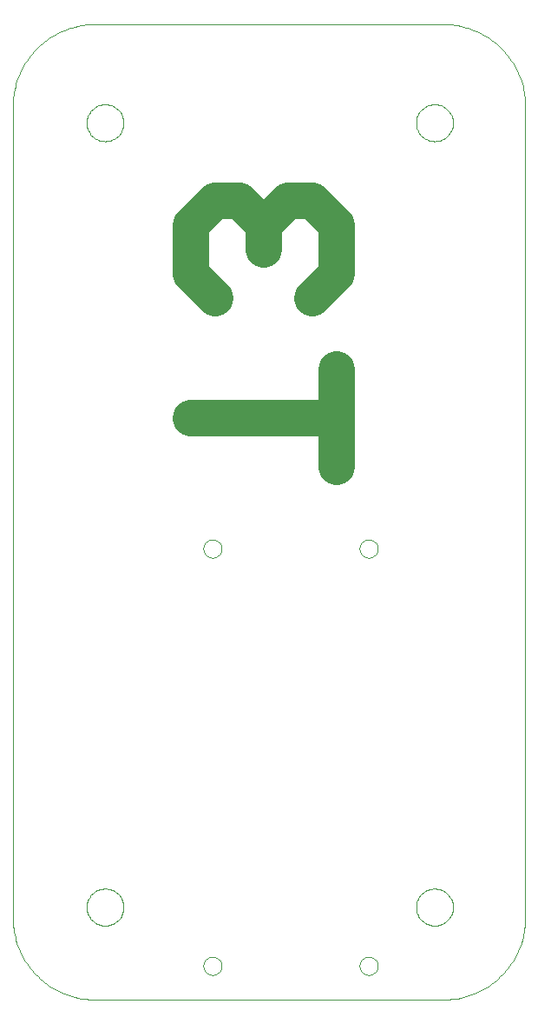
<source format=gbo>
G75*
%MOIN*%
%OFA0B0*%
%FSLAX24Y24*%
%IPPOS*%
%LPD*%
%AMOC8*
5,1,8,0,0,1.08239X$1,22.5*
%
%ADD10C,0.0000*%
%ADD11C,0.1400*%
D10*
X001927Y006076D02*
X001927Y037179D01*
X001926Y037179D02*
X001928Y037289D01*
X001934Y037399D01*
X001943Y037508D01*
X001957Y037617D01*
X001974Y037726D01*
X001995Y037834D01*
X002020Y037941D01*
X002048Y038047D01*
X002080Y038152D01*
X002116Y038256D01*
X002155Y038359D01*
X002198Y038460D01*
X002245Y038560D01*
X002295Y038658D01*
X002348Y038754D01*
X002405Y038848D01*
X002465Y038940D01*
X002528Y039031D01*
X002594Y039118D01*
X002663Y039204D01*
X002735Y039287D01*
X002810Y039367D01*
X002888Y039445D01*
X002968Y039520D01*
X003051Y039592D01*
X003137Y039661D01*
X003224Y039727D01*
X003315Y039790D01*
X003407Y039850D01*
X003501Y039907D01*
X003597Y039960D01*
X003695Y040010D01*
X003795Y040057D01*
X003896Y040100D01*
X003999Y040139D01*
X004103Y040175D01*
X004208Y040207D01*
X004314Y040235D01*
X004421Y040260D01*
X004529Y040281D01*
X004638Y040298D01*
X004747Y040312D01*
X004856Y040321D01*
X004966Y040327D01*
X005076Y040329D01*
X005076Y040328D02*
X018462Y040328D01*
X018462Y040329D02*
X018572Y040327D01*
X018682Y040321D01*
X018791Y040312D01*
X018900Y040298D01*
X019009Y040281D01*
X019117Y040260D01*
X019224Y040235D01*
X019330Y040207D01*
X019435Y040175D01*
X019539Y040139D01*
X019642Y040100D01*
X019743Y040057D01*
X019843Y040010D01*
X019941Y039960D01*
X020037Y039907D01*
X020131Y039850D01*
X020223Y039790D01*
X020314Y039727D01*
X020401Y039661D01*
X020487Y039592D01*
X020570Y039520D01*
X020650Y039445D01*
X020728Y039367D01*
X020803Y039287D01*
X020875Y039204D01*
X020944Y039118D01*
X021010Y039031D01*
X021073Y038940D01*
X021133Y038848D01*
X021190Y038754D01*
X021243Y038658D01*
X021293Y038560D01*
X021340Y038460D01*
X021383Y038359D01*
X021422Y038256D01*
X021458Y038152D01*
X021490Y038047D01*
X021518Y037941D01*
X021543Y037834D01*
X021564Y037726D01*
X021581Y037617D01*
X021595Y037508D01*
X021604Y037399D01*
X021610Y037289D01*
X021612Y037179D01*
X021612Y006076D01*
X021610Y005966D01*
X021604Y005856D01*
X021595Y005747D01*
X021581Y005638D01*
X021564Y005529D01*
X021543Y005421D01*
X021518Y005314D01*
X021490Y005208D01*
X021458Y005103D01*
X021422Y004999D01*
X021383Y004896D01*
X021340Y004795D01*
X021293Y004695D01*
X021243Y004597D01*
X021190Y004501D01*
X021133Y004407D01*
X021073Y004315D01*
X021010Y004224D01*
X020944Y004137D01*
X020875Y004051D01*
X020803Y003968D01*
X020728Y003888D01*
X020650Y003810D01*
X020570Y003735D01*
X020487Y003663D01*
X020401Y003594D01*
X020314Y003528D01*
X020223Y003465D01*
X020131Y003405D01*
X020037Y003348D01*
X019941Y003295D01*
X019843Y003245D01*
X019743Y003198D01*
X019642Y003155D01*
X019539Y003116D01*
X019435Y003080D01*
X019330Y003048D01*
X019224Y003020D01*
X019117Y002995D01*
X019009Y002974D01*
X018900Y002957D01*
X018791Y002943D01*
X018682Y002934D01*
X018572Y002928D01*
X018462Y002926D01*
X018462Y002927D02*
X005076Y002927D01*
X005076Y002926D02*
X004966Y002928D01*
X004856Y002934D01*
X004747Y002943D01*
X004638Y002957D01*
X004529Y002974D01*
X004421Y002995D01*
X004314Y003020D01*
X004208Y003048D01*
X004103Y003080D01*
X003999Y003116D01*
X003896Y003155D01*
X003795Y003198D01*
X003695Y003245D01*
X003597Y003295D01*
X003501Y003348D01*
X003407Y003405D01*
X003315Y003465D01*
X003224Y003528D01*
X003137Y003594D01*
X003051Y003663D01*
X002968Y003735D01*
X002888Y003810D01*
X002810Y003888D01*
X002735Y003968D01*
X002663Y004051D01*
X002594Y004137D01*
X002528Y004224D01*
X002465Y004315D01*
X002405Y004407D01*
X002348Y004501D01*
X002295Y004597D01*
X002245Y004695D01*
X002198Y004795D01*
X002155Y004896D01*
X002116Y004999D01*
X002080Y005103D01*
X002048Y005208D01*
X002020Y005314D01*
X001995Y005421D01*
X001974Y005529D01*
X001957Y005638D01*
X001943Y005747D01*
X001934Y005856D01*
X001928Y005966D01*
X001926Y006076D01*
X004761Y006470D02*
X004763Y006523D01*
X004769Y006576D01*
X004779Y006628D01*
X004792Y006679D01*
X004810Y006729D01*
X004831Y006778D01*
X004856Y006825D01*
X004884Y006869D01*
X004916Y006912D01*
X004950Y006952D01*
X004988Y006990D01*
X005028Y007024D01*
X005071Y007056D01*
X005116Y007084D01*
X005162Y007109D01*
X005211Y007130D01*
X005261Y007148D01*
X005312Y007161D01*
X005364Y007171D01*
X005417Y007177D01*
X005470Y007179D01*
X005523Y007177D01*
X005576Y007171D01*
X005628Y007161D01*
X005679Y007148D01*
X005729Y007130D01*
X005778Y007109D01*
X005825Y007084D01*
X005869Y007056D01*
X005912Y007024D01*
X005952Y006990D01*
X005990Y006952D01*
X006024Y006912D01*
X006056Y006869D01*
X006084Y006824D01*
X006109Y006778D01*
X006130Y006729D01*
X006148Y006679D01*
X006161Y006628D01*
X006171Y006576D01*
X006177Y006523D01*
X006179Y006470D01*
X006177Y006417D01*
X006171Y006364D01*
X006161Y006312D01*
X006148Y006261D01*
X006130Y006211D01*
X006109Y006162D01*
X006084Y006115D01*
X006056Y006071D01*
X006024Y006028D01*
X005990Y005988D01*
X005952Y005950D01*
X005912Y005916D01*
X005869Y005884D01*
X005824Y005856D01*
X005778Y005831D01*
X005729Y005810D01*
X005679Y005792D01*
X005628Y005779D01*
X005576Y005769D01*
X005523Y005763D01*
X005470Y005761D01*
X005417Y005763D01*
X005364Y005769D01*
X005312Y005779D01*
X005261Y005792D01*
X005211Y005810D01*
X005162Y005831D01*
X005115Y005856D01*
X005071Y005884D01*
X005028Y005916D01*
X004988Y005950D01*
X004950Y005988D01*
X004916Y006028D01*
X004884Y006071D01*
X004856Y006116D01*
X004831Y006162D01*
X004810Y006211D01*
X004792Y006261D01*
X004779Y006312D01*
X004769Y006364D01*
X004763Y006417D01*
X004761Y006470D01*
X009245Y004220D02*
X009247Y004257D01*
X009253Y004294D01*
X009263Y004330D01*
X009276Y004365D01*
X009293Y004398D01*
X009314Y004429D01*
X009338Y004457D01*
X009365Y004483D01*
X009394Y004506D01*
X009425Y004526D01*
X009459Y004542D01*
X009494Y004555D01*
X009530Y004564D01*
X009567Y004569D01*
X009604Y004570D01*
X009641Y004567D01*
X009678Y004560D01*
X009714Y004549D01*
X009748Y004535D01*
X009781Y004517D01*
X009811Y004495D01*
X009839Y004471D01*
X009864Y004443D01*
X009887Y004413D01*
X009906Y004381D01*
X009921Y004347D01*
X009933Y004312D01*
X009941Y004276D01*
X009945Y004239D01*
X009945Y004201D01*
X009941Y004164D01*
X009933Y004128D01*
X009921Y004093D01*
X009906Y004059D01*
X009887Y004027D01*
X009864Y003997D01*
X009839Y003969D01*
X009811Y003945D01*
X009781Y003923D01*
X009748Y003905D01*
X009714Y003891D01*
X009678Y003880D01*
X009641Y003873D01*
X009604Y003870D01*
X009567Y003871D01*
X009530Y003876D01*
X009494Y003885D01*
X009459Y003898D01*
X009425Y003914D01*
X009394Y003934D01*
X009365Y003957D01*
X009338Y003983D01*
X009314Y004011D01*
X009293Y004042D01*
X009276Y004075D01*
X009263Y004110D01*
X009253Y004146D01*
X009247Y004183D01*
X009245Y004220D01*
X015245Y004220D02*
X015247Y004257D01*
X015253Y004294D01*
X015263Y004330D01*
X015276Y004365D01*
X015293Y004398D01*
X015314Y004429D01*
X015338Y004457D01*
X015365Y004483D01*
X015394Y004506D01*
X015425Y004526D01*
X015459Y004542D01*
X015494Y004555D01*
X015530Y004564D01*
X015567Y004569D01*
X015604Y004570D01*
X015641Y004567D01*
X015678Y004560D01*
X015714Y004549D01*
X015748Y004535D01*
X015781Y004517D01*
X015811Y004495D01*
X015839Y004471D01*
X015864Y004443D01*
X015887Y004413D01*
X015906Y004381D01*
X015921Y004347D01*
X015933Y004312D01*
X015941Y004276D01*
X015945Y004239D01*
X015945Y004201D01*
X015941Y004164D01*
X015933Y004128D01*
X015921Y004093D01*
X015906Y004059D01*
X015887Y004027D01*
X015864Y003997D01*
X015839Y003969D01*
X015811Y003945D01*
X015781Y003923D01*
X015748Y003905D01*
X015714Y003891D01*
X015678Y003880D01*
X015641Y003873D01*
X015604Y003870D01*
X015567Y003871D01*
X015530Y003876D01*
X015494Y003885D01*
X015459Y003898D01*
X015425Y003914D01*
X015394Y003934D01*
X015365Y003957D01*
X015338Y003983D01*
X015314Y004011D01*
X015293Y004042D01*
X015276Y004075D01*
X015263Y004110D01*
X015253Y004146D01*
X015247Y004183D01*
X015245Y004220D01*
X017418Y006470D02*
X017420Y006523D01*
X017426Y006576D01*
X017436Y006628D01*
X017449Y006679D01*
X017467Y006729D01*
X017488Y006778D01*
X017513Y006825D01*
X017541Y006869D01*
X017573Y006912D01*
X017607Y006952D01*
X017645Y006990D01*
X017685Y007024D01*
X017728Y007056D01*
X017773Y007084D01*
X017819Y007109D01*
X017868Y007130D01*
X017918Y007148D01*
X017969Y007161D01*
X018021Y007171D01*
X018074Y007177D01*
X018127Y007179D01*
X018180Y007177D01*
X018233Y007171D01*
X018285Y007161D01*
X018336Y007148D01*
X018386Y007130D01*
X018435Y007109D01*
X018482Y007084D01*
X018526Y007056D01*
X018569Y007024D01*
X018609Y006990D01*
X018647Y006952D01*
X018681Y006912D01*
X018713Y006869D01*
X018741Y006824D01*
X018766Y006778D01*
X018787Y006729D01*
X018805Y006679D01*
X018818Y006628D01*
X018828Y006576D01*
X018834Y006523D01*
X018836Y006470D01*
X018834Y006417D01*
X018828Y006364D01*
X018818Y006312D01*
X018805Y006261D01*
X018787Y006211D01*
X018766Y006162D01*
X018741Y006115D01*
X018713Y006071D01*
X018681Y006028D01*
X018647Y005988D01*
X018609Y005950D01*
X018569Y005916D01*
X018526Y005884D01*
X018481Y005856D01*
X018435Y005831D01*
X018386Y005810D01*
X018336Y005792D01*
X018285Y005779D01*
X018233Y005769D01*
X018180Y005763D01*
X018127Y005761D01*
X018074Y005763D01*
X018021Y005769D01*
X017969Y005779D01*
X017918Y005792D01*
X017868Y005810D01*
X017819Y005831D01*
X017772Y005856D01*
X017728Y005884D01*
X017685Y005916D01*
X017645Y005950D01*
X017607Y005988D01*
X017573Y006028D01*
X017541Y006071D01*
X017513Y006116D01*
X017488Y006162D01*
X017467Y006211D01*
X017449Y006261D01*
X017436Y006312D01*
X017426Y006364D01*
X017420Y006417D01*
X017418Y006470D01*
X015245Y020220D02*
X015247Y020257D01*
X015253Y020294D01*
X015263Y020330D01*
X015276Y020365D01*
X015293Y020398D01*
X015314Y020429D01*
X015338Y020457D01*
X015365Y020483D01*
X015394Y020506D01*
X015425Y020526D01*
X015459Y020542D01*
X015494Y020555D01*
X015530Y020564D01*
X015567Y020569D01*
X015604Y020570D01*
X015641Y020567D01*
X015678Y020560D01*
X015714Y020549D01*
X015748Y020535D01*
X015781Y020517D01*
X015811Y020495D01*
X015839Y020471D01*
X015864Y020443D01*
X015887Y020413D01*
X015906Y020381D01*
X015921Y020347D01*
X015933Y020312D01*
X015941Y020276D01*
X015945Y020239D01*
X015945Y020201D01*
X015941Y020164D01*
X015933Y020128D01*
X015921Y020093D01*
X015906Y020059D01*
X015887Y020027D01*
X015864Y019997D01*
X015839Y019969D01*
X015811Y019945D01*
X015781Y019923D01*
X015748Y019905D01*
X015714Y019891D01*
X015678Y019880D01*
X015641Y019873D01*
X015604Y019870D01*
X015567Y019871D01*
X015530Y019876D01*
X015494Y019885D01*
X015459Y019898D01*
X015425Y019914D01*
X015394Y019934D01*
X015365Y019957D01*
X015338Y019983D01*
X015314Y020011D01*
X015293Y020042D01*
X015276Y020075D01*
X015263Y020110D01*
X015253Y020146D01*
X015247Y020183D01*
X015245Y020220D01*
X009245Y020220D02*
X009247Y020257D01*
X009253Y020294D01*
X009263Y020330D01*
X009276Y020365D01*
X009293Y020398D01*
X009314Y020429D01*
X009338Y020457D01*
X009365Y020483D01*
X009394Y020506D01*
X009425Y020526D01*
X009459Y020542D01*
X009494Y020555D01*
X009530Y020564D01*
X009567Y020569D01*
X009604Y020570D01*
X009641Y020567D01*
X009678Y020560D01*
X009714Y020549D01*
X009748Y020535D01*
X009781Y020517D01*
X009811Y020495D01*
X009839Y020471D01*
X009864Y020443D01*
X009887Y020413D01*
X009906Y020381D01*
X009921Y020347D01*
X009933Y020312D01*
X009941Y020276D01*
X009945Y020239D01*
X009945Y020201D01*
X009941Y020164D01*
X009933Y020128D01*
X009921Y020093D01*
X009906Y020059D01*
X009887Y020027D01*
X009864Y019997D01*
X009839Y019969D01*
X009811Y019945D01*
X009781Y019923D01*
X009748Y019905D01*
X009714Y019891D01*
X009678Y019880D01*
X009641Y019873D01*
X009604Y019870D01*
X009567Y019871D01*
X009530Y019876D01*
X009494Y019885D01*
X009459Y019898D01*
X009425Y019914D01*
X009394Y019934D01*
X009365Y019957D01*
X009338Y019983D01*
X009314Y020011D01*
X009293Y020042D01*
X009276Y020075D01*
X009263Y020110D01*
X009253Y020146D01*
X009247Y020183D01*
X009245Y020220D01*
X004761Y036549D02*
X004763Y036602D01*
X004769Y036655D01*
X004779Y036707D01*
X004792Y036758D01*
X004810Y036808D01*
X004831Y036857D01*
X004856Y036904D01*
X004884Y036948D01*
X004916Y036991D01*
X004950Y037031D01*
X004988Y037069D01*
X005028Y037103D01*
X005071Y037135D01*
X005116Y037163D01*
X005162Y037188D01*
X005211Y037209D01*
X005261Y037227D01*
X005312Y037240D01*
X005364Y037250D01*
X005417Y037256D01*
X005470Y037258D01*
X005523Y037256D01*
X005576Y037250D01*
X005628Y037240D01*
X005679Y037227D01*
X005729Y037209D01*
X005778Y037188D01*
X005825Y037163D01*
X005869Y037135D01*
X005912Y037103D01*
X005952Y037069D01*
X005990Y037031D01*
X006024Y036991D01*
X006056Y036948D01*
X006084Y036903D01*
X006109Y036857D01*
X006130Y036808D01*
X006148Y036758D01*
X006161Y036707D01*
X006171Y036655D01*
X006177Y036602D01*
X006179Y036549D01*
X006177Y036496D01*
X006171Y036443D01*
X006161Y036391D01*
X006148Y036340D01*
X006130Y036290D01*
X006109Y036241D01*
X006084Y036194D01*
X006056Y036150D01*
X006024Y036107D01*
X005990Y036067D01*
X005952Y036029D01*
X005912Y035995D01*
X005869Y035963D01*
X005824Y035935D01*
X005778Y035910D01*
X005729Y035889D01*
X005679Y035871D01*
X005628Y035858D01*
X005576Y035848D01*
X005523Y035842D01*
X005470Y035840D01*
X005417Y035842D01*
X005364Y035848D01*
X005312Y035858D01*
X005261Y035871D01*
X005211Y035889D01*
X005162Y035910D01*
X005115Y035935D01*
X005071Y035963D01*
X005028Y035995D01*
X004988Y036029D01*
X004950Y036067D01*
X004916Y036107D01*
X004884Y036150D01*
X004856Y036195D01*
X004831Y036241D01*
X004810Y036290D01*
X004792Y036340D01*
X004779Y036391D01*
X004769Y036443D01*
X004763Y036496D01*
X004761Y036549D01*
X017418Y036549D02*
X017420Y036602D01*
X017426Y036655D01*
X017436Y036707D01*
X017449Y036758D01*
X017467Y036808D01*
X017488Y036857D01*
X017513Y036904D01*
X017541Y036948D01*
X017573Y036991D01*
X017607Y037031D01*
X017645Y037069D01*
X017685Y037103D01*
X017728Y037135D01*
X017773Y037163D01*
X017819Y037188D01*
X017868Y037209D01*
X017918Y037227D01*
X017969Y037240D01*
X018021Y037250D01*
X018074Y037256D01*
X018127Y037258D01*
X018180Y037256D01*
X018233Y037250D01*
X018285Y037240D01*
X018336Y037227D01*
X018386Y037209D01*
X018435Y037188D01*
X018482Y037163D01*
X018526Y037135D01*
X018569Y037103D01*
X018609Y037069D01*
X018647Y037031D01*
X018681Y036991D01*
X018713Y036948D01*
X018741Y036903D01*
X018766Y036857D01*
X018787Y036808D01*
X018805Y036758D01*
X018818Y036707D01*
X018828Y036655D01*
X018834Y036602D01*
X018836Y036549D01*
X018834Y036496D01*
X018828Y036443D01*
X018818Y036391D01*
X018805Y036340D01*
X018787Y036290D01*
X018766Y036241D01*
X018741Y036194D01*
X018713Y036150D01*
X018681Y036107D01*
X018647Y036067D01*
X018609Y036029D01*
X018569Y035995D01*
X018526Y035963D01*
X018481Y035935D01*
X018435Y035910D01*
X018386Y035889D01*
X018336Y035871D01*
X018285Y035858D01*
X018233Y035848D01*
X018180Y035842D01*
X018127Y035840D01*
X018074Y035842D01*
X018021Y035848D01*
X017969Y035858D01*
X017918Y035871D01*
X017868Y035889D01*
X017819Y035910D01*
X017772Y035935D01*
X017728Y035963D01*
X017685Y035995D01*
X017645Y036029D01*
X017607Y036067D01*
X017573Y036107D01*
X017541Y036150D01*
X017513Y036195D01*
X017488Y036241D01*
X017467Y036290D01*
X017449Y036340D01*
X017436Y036391D01*
X017426Y036443D01*
X017420Y036496D01*
X017418Y036549D01*
D11*
X014381Y032612D02*
X013447Y033546D01*
X012513Y033546D01*
X011579Y032612D01*
X010645Y033546D01*
X009710Y033546D01*
X008776Y032612D01*
X008776Y030744D01*
X009710Y029809D01*
X011579Y031678D02*
X011579Y032612D01*
X014381Y030744D02*
X013447Y029809D01*
X014381Y030744D02*
X014381Y032612D01*
X014381Y027100D02*
X014381Y023364D01*
X014381Y025232D02*
X008776Y025232D01*
M02*

</source>
